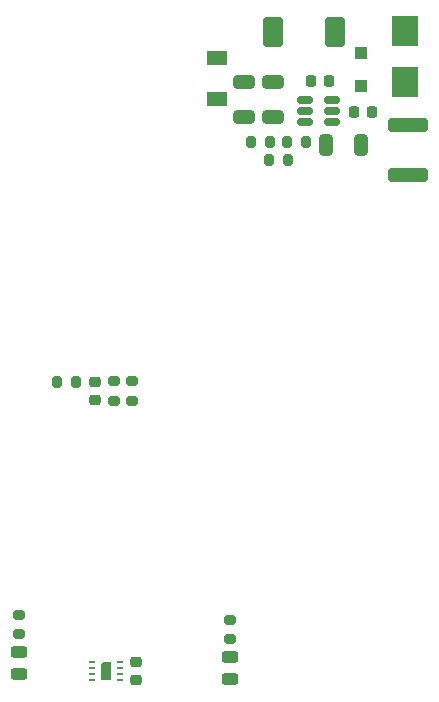
<source format=gbr>
%TF.GenerationSoftware,KiCad,Pcbnew,(6.0.7)*%
%TF.CreationDate,2022-10-17T23:11:19+02:00*%
%TF.ProjectId,Wifi_homesensor,57696669-5f68-46f6-9d65-73656e736f72,rev?*%
%TF.SameCoordinates,Original*%
%TF.FileFunction,Paste,Top*%
%TF.FilePolarity,Positive*%
%FSLAX46Y46*%
G04 Gerber Fmt 4.6, Leading zero omitted, Abs format (unit mm)*
G04 Created by KiCad (PCBNEW (6.0.7)) date 2022-10-17 23:11:19*
%MOMM*%
%LPD*%
G01*
G04 APERTURE LIST*
G04 Aperture macros list*
%AMRoundRect*
0 Rectangle with rounded corners*
0 $1 Rounding radius*
0 $2 $3 $4 $5 $6 $7 $8 $9 X,Y pos of 4 corners*
0 Add a 4 corners polygon primitive as box body*
4,1,4,$2,$3,$4,$5,$6,$7,$8,$9,$2,$3,0*
0 Add four circle primitives for the rounded corners*
1,1,$1+$1,$2,$3*
1,1,$1+$1,$4,$5*
1,1,$1+$1,$6,$7*
1,1,$1+$1,$8,$9*
0 Add four rect primitives between the rounded corners*
20,1,$1+$1,$2,$3,$4,$5,0*
20,1,$1+$1,$4,$5,$6,$7,0*
20,1,$1+$1,$6,$7,$8,$9,0*
20,1,$1+$1,$8,$9,$2,$3,0*%
%AMFreePoly0*
4,1,6,0.450000,-0.800000,-0.450000,-0.800000,-0.450000,0.530000,-0.180000,0.800000,0.450000,0.800000,0.450000,-0.800000,0.450000,-0.800000,$1*%
G04 Aperture macros list end*
%ADD10RoundRect,0.200000X-0.200000X-0.275000X0.200000X-0.275000X0.200000X0.275000X-0.200000X0.275000X0*%
%ADD11RoundRect,0.225000X0.250000X-0.225000X0.250000X0.225000X-0.250000X0.225000X-0.250000X-0.225000X0*%
%ADD12RoundRect,0.225000X-0.225000X-0.250000X0.225000X-0.250000X0.225000X0.250000X-0.225000X0.250000X0*%
%ADD13RoundRect,0.150000X-0.512500X-0.150000X0.512500X-0.150000X0.512500X0.150000X-0.512500X0.150000X0*%
%ADD14RoundRect,0.243750X0.456250X-0.243750X0.456250X0.243750X-0.456250X0.243750X-0.456250X-0.243750X0*%
%ADD15R,2.300000X2.500000*%
%ADD16RoundRect,0.225000X-0.250000X0.225000X-0.250000X-0.225000X0.250000X-0.225000X0.250000X0.225000X0*%
%ADD17RoundRect,0.200000X0.200000X0.275000X-0.200000X0.275000X-0.200000X-0.275000X0.200000X-0.275000X0*%
%ADD18RoundRect,0.200000X0.275000X-0.200000X0.275000X0.200000X-0.275000X0.200000X-0.275000X-0.200000X0*%
%ADD19R,1.700000X1.300000*%
%ADD20RoundRect,0.165000X0.660000X-1.085000X0.660000X1.085000X-0.660000X1.085000X-0.660000X-1.085000X0*%
%ADD21RoundRect,0.250000X0.325000X0.650000X-0.325000X0.650000X-0.325000X-0.650000X0.325000X-0.650000X0*%
%ADD22R,1.100000X1.100000*%
%ADD23RoundRect,0.250000X-0.650000X0.325000X-0.650000X-0.325000X0.650000X-0.325000X0.650000X0.325000X0*%
%ADD24FreePoly0,0.000000*%
%ADD25R,0.550000X0.250000*%
%ADD26RoundRect,0.250000X-1.450000X0.312500X-1.450000X-0.312500X1.450000X-0.312500X1.450000X0.312500X0*%
G04 APERTURE END LIST*
D10*
%TO.C,R8*%
X141532000Y-102641400D03*
X143182000Y-102641400D03*
%TD*%
D11*
%TO.C,C6*%
X148269800Y-127851200D03*
X148269800Y-126301200D03*
%TD*%
D12*
%TO.C,C3*%
X163029600Y-77139800D03*
X164579600Y-77139800D03*
%TD*%
D13*
%TO.C,U1*%
X162555600Y-78714600D03*
X162555600Y-79664600D03*
X162555600Y-80614600D03*
X164830600Y-80614600D03*
X164830600Y-79664600D03*
X164830600Y-78714600D03*
%TD*%
D14*
%TO.C,D3*%
X138313000Y-125478300D03*
X138313000Y-127353300D03*
%TD*%
D15*
%TO.C,D5*%
X170992800Y-77207000D03*
X170992800Y-72907000D03*
%TD*%
D16*
%TO.C,C7*%
X144780000Y-102628400D03*
X144780000Y-104178400D03*
%TD*%
D17*
%TO.C,R3*%
X162646200Y-82270600D03*
X160996200Y-82270600D03*
%TD*%
D18*
%TO.C,R7*%
X156210000Y-124423700D03*
X156210000Y-122773700D03*
%TD*%
D19*
%TO.C,D2*%
X155077000Y-78686600D03*
X155077000Y-75186600D03*
%TD*%
D20*
%TO.C,L1*%
X159818000Y-73025000D03*
X165068000Y-73025000D03*
%TD*%
D21*
%TO.C,C2*%
X167270800Y-82575400D03*
X164320800Y-82575400D03*
%TD*%
D18*
%TO.C,R4*%
X146354800Y-104228400D03*
X146354800Y-102578400D03*
%TD*%
D22*
%TO.C,D1*%
X167319800Y-74800000D03*
X167319800Y-77600000D03*
%TD*%
D18*
%TO.C,R5*%
X138313000Y-124002800D03*
X138313000Y-122352800D03*
%TD*%
D23*
%TO.C,C4*%
X159801400Y-77237800D03*
X159801400Y-80187800D03*
%TD*%
D17*
%TO.C,R2*%
X161124400Y-83794600D03*
X159474400Y-83794600D03*
%TD*%
D12*
%TO.C,C1*%
X166684200Y-79730600D03*
X168234200Y-79730600D03*
%TD*%
D24*
%TO.C,U3*%
X145729800Y-127076200D03*
D25*
X144554800Y-126326200D03*
X144554800Y-126826200D03*
X144554800Y-127326200D03*
X144554800Y-127826200D03*
X146904800Y-127826200D03*
X146904800Y-127326200D03*
X146904800Y-126826200D03*
X146904800Y-126326200D03*
%TD*%
D17*
%TO.C,R1*%
X159598200Y-82270600D03*
X157948200Y-82270600D03*
%TD*%
D23*
%TO.C,C5*%
X157413800Y-77241400D03*
X157413800Y-80191400D03*
%TD*%
D14*
%TO.C,D4*%
X156210000Y-127810500D03*
X156210000Y-125935500D03*
%TD*%
D26*
%TO.C,F1*%
X171297600Y-80848200D03*
X171297600Y-85123200D03*
%TD*%
D18*
%TO.C,R6*%
X147904200Y-104228400D03*
X147904200Y-102578400D03*
%TD*%
M02*

</source>
